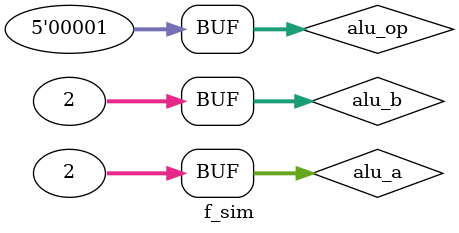
<source format=v>
`timescale 1ns / 1ps


module f_sim;

	// Inputs
	reg [31:0] alu_a;
	reg [31:0] alu_b;
	reg [4:0] alu_op;

	// Outputs
	wire [31:0] alu_out;

	// Instantiate the Unit Under Test (UUT)
	alu top (
		.alu_a(alu_a), 
		.alu_b(alu_b), 
		.alu_op(alu_op), 
		.alu_out(alu_out)
	);

	initial begin
		// Initialize Inputs
		alu_a =2;
		alu_b =2;
		alu_op =1;

		// Wait 100 ns for global reset to finish
		#100;
  
		// Add stimulus here

	end
      
endmodule


</source>
